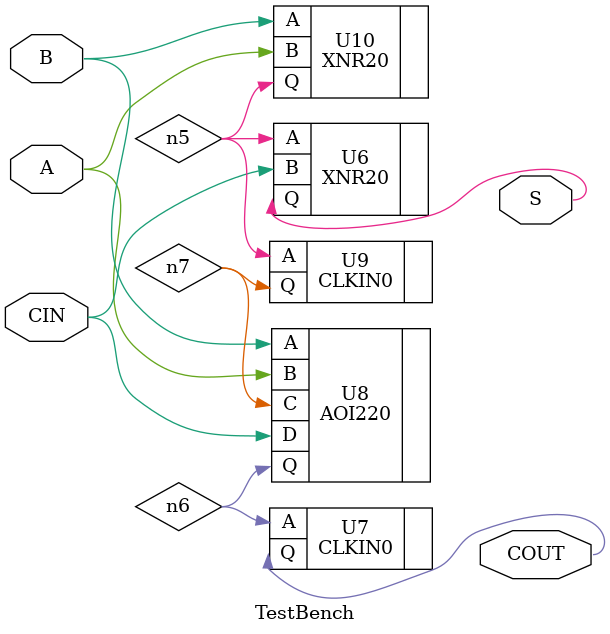
<source format=v>

module TestBench ( CIN, A, B, S, COUT );
  input CIN, A, B;
  output S, COUT;
  wire   n5, n6, n7;

  XNR20 U6 ( .A(n5), .B(CIN), .Q(S) );
  CLKIN0 U7 ( .A(n6), .Q(COUT) );
  AOI220 U8 ( .A(B), .B(A), .C(n7), .D(CIN), .Q(n6) );
  CLKIN0 U9 ( .A(n5), .Q(n7) );
  XNR20 U10 ( .A(B), .B(A), .Q(n5) );
endmodule


</source>
